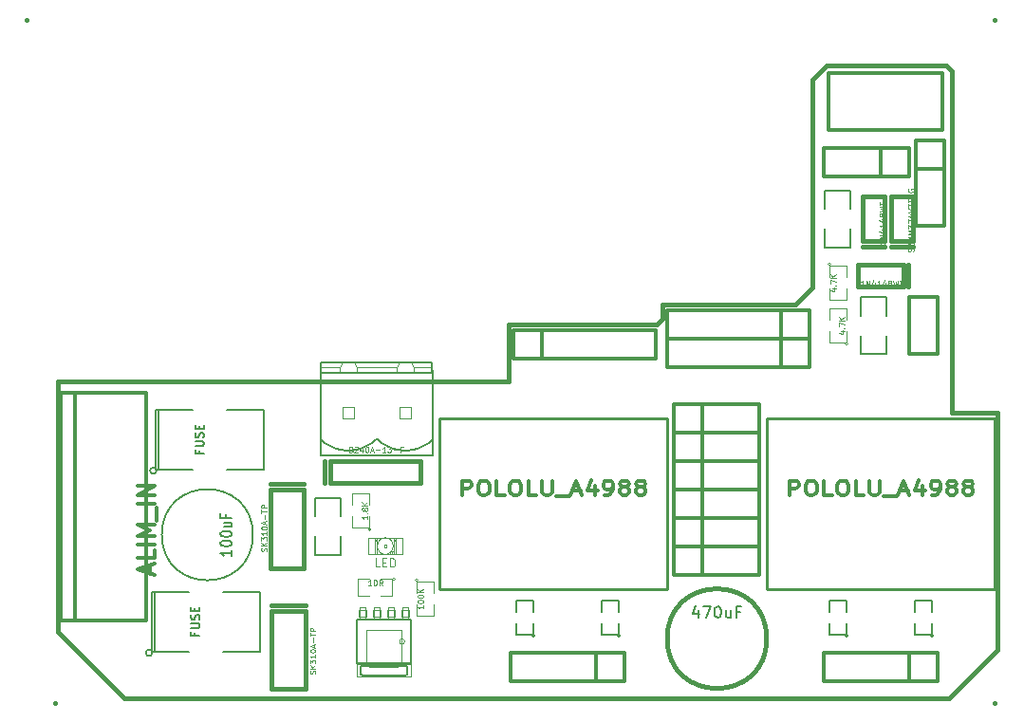
<source format=gto>
G04 (created by PCBNEW (2013-07-07 BZR 4022)-stable) date 05/04/2014 11:45:38*
%MOIN*%
G04 Gerber Fmt 3.4, Leading zero omitted, Abs format*
%FSLAX34Y34*%
G01*
G70*
G90*
G04 APERTURE LIST*
%ADD10C,0.00590551*%
%ADD11C,0.015*%
%ADD12C,0.005*%
%ADD13C,0.0026*%
%ADD14C,0.004*%
%ADD15C,0.012*%
%ADD16C,0.01*%
%ADD17C,0.008*%
%ADD18C,0.0039*%
%ADD19C,0.002*%
%ADD20C,0.0035*%
%ADD21C,0.0075*%
%ADD22C,0.0043*%
%ADD23C,0.00492126*%
G04 APERTURE END LIST*
G54D10*
G54D11*
X41000Y-56000D02*
G75*
G03X41000Y-56000I0J0D01*
G74*
G01*
X40999Y-56000D02*
X41000Y-56000D01*
X41000Y-55999D02*
X41000Y-56000D01*
X74000Y-56000D02*
G75*
G03X74000Y-56000I0J0D01*
G74*
G01*
X73999Y-56000D02*
X74000Y-56000D01*
X74000Y-55999D02*
X74000Y-56000D01*
X74000Y-32000D02*
G75*
G03X74000Y-32000I0J0D01*
G74*
G01*
X73999Y-32000D02*
X74000Y-32000D01*
X74000Y-31999D02*
X74000Y-32000D01*
X40000Y-32000D02*
G75*
G03X40000Y-32000I0J0D01*
G74*
G01*
X39999Y-32000D02*
X40000Y-32000D01*
X40000Y-31999D02*
X40000Y-32000D01*
X72500Y-33800D02*
X72300Y-33600D01*
X72500Y-34000D02*
X72500Y-33800D01*
X72500Y-45800D02*
X72500Y-34000D01*
X74100Y-45800D02*
X72500Y-45800D01*
X74100Y-54100D02*
X74100Y-45800D01*
X41100Y-44750D02*
X41100Y-44700D01*
X41100Y-53500D02*
X41100Y-44750D01*
X43450Y-55850D02*
X41100Y-53500D01*
X72400Y-55850D02*
X43450Y-55850D01*
X74100Y-54150D02*
X72400Y-55850D01*
X68100Y-33600D02*
X72300Y-33600D01*
X67600Y-34100D02*
X68100Y-33600D01*
X67600Y-41400D02*
X67600Y-34100D01*
X67000Y-42000D02*
X67600Y-41400D01*
X62350Y-42000D02*
X67000Y-42000D01*
X62350Y-42500D02*
X62350Y-42000D01*
X62150Y-42700D02*
X62350Y-42500D01*
X56950Y-42700D02*
X62150Y-42700D01*
X56950Y-44700D02*
X56950Y-42700D01*
X41100Y-44700D02*
X56950Y-44700D01*
G54D12*
X57850Y-53650D02*
G75*
G03X57850Y-53650I-50J0D01*
G74*
G01*
X57800Y-53200D02*
X57800Y-53600D01*
X57800Y-53600D02*
X57200Y-53600D01*
X57200Y-53600D02*
X57200Y-53200D01*
X57200Y-52800D02*
X57200Y-52400D01*
X57200Y-52400D02*
X57800Y-52400D01*
X57800Y-52400D02*
X57800Y-52800D01*
X60850Y-53650D02*
G75*
G03X60850Y-53650I-50J0D01*
G74*
G01*
X60800Y-53200D02*
X60800Y-53600D01*
X60800Y-53600D02*
X60200Y-53600D01*
X60200Y-53600D02*
X60200Y-53200D01*
X60200Y-52800D02*
X60200Y-52400D01*
X60200Y-52400D02*
X60800Y-52400D01*
X60800Y-52400D02*
X60800Y-52800D01*
X68850Y-53650D02*
G75*
G03X68850Y-53650I-50J0D01*
G74*
G01*
X68800Y-53200D02*
X68800Y-53600D01*
X68800Y-53600D02*
X68200Y-53600D01*
X68200Y-53600D02*
X68200Y-53200D01*
X68200Y-52800D02*
X68200Y-52400D01*
X68200Y-52400D02*
X68800Y-52400D01*
X68800Y-52400D02*
X68800Y-52800D01*
X71850Y-53650D02*
G75*
G03X71850Y-53650I-50J0D01*
G74*
G01*
X71800Y-53200D02*
X71800Y-53600D01*
X71800Y-53600D02*
X71200Y-53600D01*
X71200Y-53600D02*
X71200Y-53200D01*
X71200Y-52800D02*
X71200Y-52400D01*
X71200Y-52400D02*
X71800Y-52400D01*
X71800Y-52400D02*
X71800Y-52800D01*
G54D13*
X52561Y-50539D02*
X52639Y-50539D01*
X52639Y-50539D02*
X52639Y-50461D01*
X52561Y-50461D02*
X52639Y-50461D01*
X52561Y-50539D02*
X52561Y-50461D01*
X52777Y-50775D02*
X52914Y-50775D01*
X52914Y-50775D02*
X52914Y-50677D01*
X52777Y-50677D02*
X52914Y-50677D01*
X52777Y-50775D02*
X52777Y-50677D01*
X52914Y-50775D02*
X52954Y-50775D01*
X52954Y-50775D02*
X52954Y-50304D01*
X52914Y-50304D02*
X52954Y-50304D01*
X52914Y-50775D02*
X52914Y-50304D01*
X52914Y-50284D02*
X52954Y-50284D01*
X52954Y-50284D02*
X52954Y-50225D01*
X52914Y-50225D02*
X52954Y-50225D01*
X52914Y-50284D02*
X52914Y-50225D01*
X52246Y-50775D02*
X52286Y-50775D01*
X52286Y-50775D02*
X52286Y-50304D01*
X52246Y-50304D02*
X52286Y-50304D01*
X52246Y-50775D02*
X52246Y-50304D01*
X52246Y-50284D02*
X52286Y-50284D01*
X52286Y-50284D02*
X52286Y-50225D01*
X52246Y-50225D02*
X52286Y-50225D01*
X52246Y-50284D02*
X52246Y-50225D01*
X52777Y-50775D02*
X52836Y-50775D01*
X52836Y-50775D02*
X52836Y-50677D01*
X52777Y-50677D02*
X52836Y-50677D01*
X52777Y-50775D02*
X52777Y-50677D01*
G54D14*
X53210Y-50795D02*
X51990Y-50795D01*
X51990Y-50795D02*
X51990Y-50205D01*
X51990Y-50205D02*
X53210Y-50205D01*
X53210Y-50205D02*
X53210Y-50795D01*
X52384Y-50696D02*
G75*
G03X52816Y-50695I215J196D01*
G74*
G01*
X52384Y-50303D02*
G75*
G03X52383Y-50695I215J-196D01*
G74*
G01*
X52815Y-50303D02*
G75*
G03X52383Y-50304I-215J-196D01*
G74*
G01*
X52815Y-50696D02*
G75*
G03X52816Y-50304I-215J196D01*
G74*
G01*
G54D15*
X44200Y-45100D02*
X41200Y-45100D01*
X41200Y-53100D02*
X44200Y-53100D01*
X41700Y-53100D02*
X41700Y-45100D01*
X44200Y-45100D02*
X44200Y-53100D01*
X41200Y-45100D02*
X41200Y-53100D01*
X71250Y-36250D02*
X72250Y-36250D01*
X72250Y-36250D02*
X72250Y-39250D01*
X72250Y-39250D02*
X71250Y-39250D01*
X71250Y-39250D02*
X71250Y-36250D01*
X72250Y-37250D02*
X71250Y-37250D01*
X62750Y-51500D02*
X62750Y-50500D01*
X62750Y-50500D02*
X65750Y-50500D01*
X65750Y-50500D02*
X65750Y-51500D01*
X65750Y-51500D02*
X62750Y-51500D01*
X63750Y-50500D02*
X63750Y-51500D01*
X62750Y-50500D02*
X62750Y-49500D01*
X62750Y-49500D02*
X65750Y-49500D01*
X65750Y-49500D02*
X65750Y-50500D01*
X65750Y-50500D02*
X62750Y-50500D01*
X63750Y-49500D02*
X63750Y-50500D01*
X62750Y-49500D02*
X62750Y-48500D01*
X62750Y-48500D02*
X65750Y-48500D01*
X65750Y-48500D02*
X65750Y-49500D01*
X65750Y-49500D02*
X62750Y-49500D01*
X63750Y-48500D02*
X63750Y-49500D01*
X62750Y-46500D02*
X62750Y-45500D01*
X62750Y-45500D02*
X65750Y-45500D01*
X65750Y-45500D02*
X65750Y-46500D01*
X65750Y-46500D02*
X62750Y-46500D01*
X63750Y-45500D02*
X63750Y-46500D01*
X62750Y-47500D02*
X62750Y-46500D01*
X62750Y-46500D02*
X65750Y-46500D01*
X65750Y-46500D02*
X65750Y-47500D01*
X65750Y-47500D02*
X62750Y-47500D01*
X63750Y-46500D02*
X63750Y-47500D01*
X62750Y-48500D02*
X62750Y-47500D01*
X62750Y-47500D02*
X65750Y-47500D01*
X65750Y-47500D02*
X65750Y-48500D01*
X65750Y-48500D02*
X62750Y-48500D01*
X63750Y-47500D02*
X63750Y-48500D01*
X71000Y-36500D02*
X71000Y-37500D01*
X71000Y-37500D02*
X68000Y-37500D01*
X68000Y-37500D02*
X68000Y-36500D01*
X68000Y-36500D02*
X71000Y-36500D01*
X70000Y-37500D02*
X70000Y-36500D01*
G54D12*
X44411Y-54250D02*
G75*
G03X44411Y-54250I-111J0D01*
G74*
G01*
X44500Y-52100D02*
X44500Y-54200D01*
X44400Y-52100D02*
X44400Y-54200D01*
X45700Y-54200D02*
X44400Y-54200D01*
X45700Y-52100D02*
X44400Y-52100D01*
X46900Y-52100D02*
X48200Y-52100D01*
X48200Y-52100D02*
X48200Y-54200D01*
X48200Y-54200D02*
X46900Y-54200D01*
X44561Y-47850D02*
G75*
G03X44561Y-47850I-111J0D01*
G74*
G01*
X44650Y-45700D02*
X44650Y-47800D01*
X44550Y-45700D02*
X44550Y-47800D01*
X45850Y-47800D02*
X44550Y-47800D01*
X45850Y-45700D02*
X44550Y-45700D01*
X47050Y-45700D02*
X48350Y-45700D01*
X48350Y-45700D02*
X48350Y-47800D01*
X48350Y-47800D02*
X47050Y-47800D01*
G54D15*
X67500Y-42200D02*
X67500Y-43200D01*
X67500Y-43200D02*
X62500Y-43200D01*
X62500Y-43200D02*
X62500Y-42200D01*
X62500Y-42200D02*
X67500Y-42200D01*
X66500Y-42200D02*
X66500Y-43200D01*
X67500Y-43200D02*
X67500Y-44200D01*
X67500Y-44200D02*
X62500Y-44200D01*
X62500Y-44200D02*
X62500Y-43200D01*
X62500Y-43200D02*
X67500Y-43200D01*
X66500Y-43200D02*
X66500Y-44200D01*
X61000Y-55250D02*
X61000Y-55250D01*
X61000Y-54250D02*
X61000Y-55250D01*
X61000Y-55250D02*
X61000Y-55250D01*
X61000Y-55250D02*
X57000Y-55250D01*
X57000Y-55250D02*
X57000Y-54250D01*
X57000Y-54250D02*
X61000Y-54250D01*
X60000Y-54250D02*
X60000Y-55250D01*
X72000Y-55250D02*
X72000Y-55250D01*
X72000Y-54250D02*
X72000Y-55250D01*
X72000Y-55250D02*
X72000Y-55250D01*
X72000Y-55250D02*
X68000Y-55250D01*
X68000Y-55250D02*
X68000Y-54250D01*
X68000Y-54250D02*
X72000Y-54250D01*
X71000Y-54250D02*
X71000Y-55250D01*
X68160Y-33890D02*
X72160Y-33890D01*
X72160Y-33890D02*
X72160Y-35890D01*
X72160Y-35890D02*
X68160Y-35890D01*
X68160Y-35890D02*
X68160Y-33890D01*
G54D16*
X54500Y-46000D02*
X62500Y-46000D01*
X62500Y-46000D02*
X62500Y-52000D01*
X62500Y-52000D02*
X54500Y-52000D01*
X54500Y-52000D02*
X54500Y-46000D01*
X66000Y-46000D02*
X74000Y-46000D01*
X74000Y-46000D02*
X74000Y-52000D01*
X74000Y-52000D02*
X66000Y-52000D01*
X66000Y-52000D02*
X66000Y-46000D01*
G54D15*
X72000Y-43750D02*
X71000Y-43750D01*
X71000Y-43750D02*
X71000Y-41750D01*
X71000Y-41750D02*
X72000Y-41750D01*
X72000Y-41750D02*
X72000Y-43750D01*
G54D13*
X53398Y-52630D02*
X53201Y-52630D01*
X53201Y-52630D02*
X53201Y-53043D01*
X53398Y-53043D02*
X53201Y-53043D01*
X53398Y-52630D02*
X53398Y-53043D01*
X53418Y-52748D02*
X53181Y-52748D01*
X53181Y-52748D02*
X53181Y-52994D01*
X53418Y-52994D02*
X53181Y-52994D01*
X53418Y-52748D02*
X53418Y-52994D01*
X52898Y-52630D02*
X52701Y-52630D01*
X52701Y-52630D02*
X52701Y-53043D01*
X52898Y-53043D02*
X52701Y-53043D01*
X52898Y-52630D02*
X52898Y-53043D01*
X52918Y-52748D02*
X52681Y-52748D01*
X52681Y-52748D02*
X52681Y-52994D01*
X52918Y-52994D02*
X52681Y-52994D01*
X52918Y-52748D02*
X52918Y-52994D01*
X52399Y-52630D02*
X52202Y-52630D01*
X52202Y-52630D02*
X52202Y-53043D01*
X52399Y-53043D02*
X52202Y-53043D01*
X52399Y-52630D02*
X52399Y-53043D01*
X52419Y-52748D02*
X52182Y-52748D01*
X52182Y-52748D02*
X52182Y-52994D01*
X52419Y-52994D02*
X52182Y-52994D01*
X52419Y-52748D02*
X52419Y-52994D01*
X51899Y-52630D02*
X51702Y-52630D01*
X51702Y-52630D02*
X51702Y-53043D01*
X51899Y-53043D02*
X51702Y-53043D01*
X51899Y-52630D02*
X51899Y-53043D01*
X51919Y-52748D02*
X51682Y-52748D01*
X51682Y-52748D02*
X51682Y-52994D01*
X51919Y-52994D02*
X51682Y-52994D01*
X51919Y-52748D02*
X51919Y-52994D01*
X53494Y-54657D02*
X51596Y-54657D01*
X51596Y-54657D02*
X51596Y-55070D01*
X53494Y-55070D02*
X51596Y-55070D01*
X53494Y-54657D02*
X53494Y-55070D01*
X53170Y-53447D02*
X51930Y-53447D01*
X51930Y-53447D02*
X51930Y-54666D01*
X53170Y-54666D02*
X51930Y-54666D01*
X53170Y-53447D02*
X53170Y-54666D01*
G54D17*
X53494Y-54617D02*
X51606Y-54617D01*
X51606Y-54617D02*
X51606Y-53083D01*
X51606Y-53083D02*
X53494Y-53083D01*
X53494Y-53083D02*
X53494Y-54617D01*
X53494Y-53083D02*
X53494Y-53368D01*
X51606Y-53368D02*
X51606Y-53083D01*
X53376Y-54696D02*
X53376Y-54952D01*
X53376Y-54952D02*
X53374Y-54972D01*
X53374Y-54972D02*
X53366Y-54991D01*
X53366Y-54991D02*
X53353Y-55008D01*
X53353Y-55008D02*
X53337Y-55020D01*
X53337Y-55020D02*
X53318Y-55028D01*
X53318Y-55028D02*
X53298Y-55031D01*
X53298Y-55031D02*
X51802Y-55031D01*
X51802Y-55031D02*
X51782Y-55028D01*
X51782Y-55028D02*
X51763Y-55020D01*
X51763Y-55020D02*
X51747Y-55008D01*
X51747Y-55008D02*
X51734Y-54991D01*
X51734Y-54991D02*
X51726Y-54972D01*
X51726Y-54972D02*
X51724Y-54952D01*
X51724Y-54952D02*
X51724Y-54696D01*
X51724Y-54696D02*
X52078Y-54696D01*
X52078Y-54696D02*
X52078Y-54755D01*
X52078Y-54755D02*
X53022Y-54755D01*
X53022Y-54755D02*
X53022Y-54696D01*
X53022Y-54696D02*
X53376Y-54696D01*
G54D14*
X53278Y-53850D02*
G75*
G03X53278Y-53850I-89J0D01*
G74*
G01*
G54D12*
X68050Y-40000D02*
X68950Y-40000D01*
X68950Y-40000D02*
X68950Y-39350D01*
X68050Y-38650D02*
X68050Y-38000D01*
X68050Y-38000D02*
X68950Y-38000D01*
X68950Y-38000D02*
X68950Y-38650D01*
X68050Y-39350D02*
X68050Y-40000D01*
X51050Y-48800D02*
X50150Y-48800D01*
X50150Y-48800D02*
X50150Y-49450D01*
X51050Y-50150D02*
X51050Y-50800D01*
X51050Y-50800D02*
X50150Y-50800D01*
X50150Y-50800D02*
X50150Y-50150D01*
X51050Y-49450D02*
X51050Y-48800D01*
G54D18*
X52950Y-51650D02*
G75*
G03X52950Y-51650I-50J0D01*
G74*
G01*
X52450Y-51650D02*
X52850Y-51650D01*
X52850Y-51650D02*
X52850Y-52250D01*
X52850Y-52250D02*
X52450Y-52250D01*
X52050Y-52250D02*
X51650Y-52250D01*
X51650Y-52250D02*
X51650Y-51650D01*
X51650Y-51650D02*
X52050Y-51650D01*
X53750Y-51700D02*
G75*
G03X53750Y-51700I-50J0D01*
G74*
G01*
X53700Y-52150D02*
X53700Y-51750D01*
X53700Y-51750D02*
X54300Y-51750D01*
X54300Y-51750D02*
X54300Y-52150D01*
X54300Y-52550D02*
X54300Y-52950D01*
X54300Y-52950D02*
X53700Y-52950D01*
X53700Y-52950D02*
X53700Y-52550D01*
X68250Y-40600D02*
G75*
G03X68250Y-40600I-50J0D01*
G74*
G01*
X68200Y-41050D02*
X68200Y-40650D01*
X68200Y-40650D02*
X68800Y-40650D01*
X68800Y-40650D02*
X68800Y-41050D01*
X68800Y-41450D02*
X68800Y-41850D01*
X68800Y-41850D02*
X68200Y-41850D01*
X68200Y-41850D02*
X68200Y-41450D01*
X52100Y-49900D02*
G75*
G03X52100Y-49900I-50J0D01*
G74*
G01*
X52050Y-49450D02*
X52050Y-49850D01*
X52050Y-49850D02*
X51450Y-49850D01*
X51450Y-49850D02*
X51450Y-49450D01*
X51450Y-49050D02*
X51450Y-48650D01*
X51450Y-48650D02*
X52050Y-48650D01*
X52050Y-48650D02*
X52050Y-49050D01*
X68850Y-43400D02*
G75*
G03X68850Y-43400I-50J0D01*
G74*
G01*
X68800Y-42950D02*
X68800Y-43350D01*
X68800Y-43350D02*
X68200Y-43350D01*
X68200Y-43350D02*
X68200Y-42950D01*
X68200Y-42550D02*
X68200Y-42150D01*
X68200Y-42150D02*
X68800Y-42150D01*
X68800Y-42150D02*
X68800Y-42550D01*
G54D17*
X47950Y-50100D02*
G75*
G03X47950Y-50100I-1600J0D01*
G74*
G01*
G54D11*
X66000Y-53750D02*
G75*
G03X66000Y-53750I-1750J0D01*
G74*
G01*
X71143Y-39984D02*
X70356Y-39984D01*
X70356Y-38212D02*
X70356Y-39787D01*
X70356Y-39787D02*
X71143Y-39787D01*
X71143Y-39787D02*
X71143Y-38212D01*
X71143Y-38212D02*
X70356Y-38212D01*
G54D12*
X70200Y-41750D02*
X69300Y-41750D01*
X69300Y-41750D02*
X69300Y-42400D01*
X70200Y-43100D02*
X70200Y-43750D01*
X70200Y-43750D02*
X69300Y-43750D01*
X69300Y-43750D02*
X69300Y-43100D01*
X70200Y-42400D02*
X70200Y-41750D01*
G54D11*
X49740Y-48325D02*
X48559Y-48325D01*
X49740Y-51277D02*
X48559Y-51277D01*
X48559Y-51277D02*
X48559Y-48522D01*
X48559Y-48522D02*
X49740Y-48522D01*
X49740Y-48522D02*
X49740Y-51277D01*
X49790Y-52575D02*
X48609Y-52575D01*
X49790Y-55527D02*
X48609Y-55527D01*
X48609Y-55527D02*
X48609Y-52772D01*
X48609Y-52772D02*
X49790Y-52772D01*
X49790Y-52772D02*
X49790Y-55527D01*
X50478Y-48293D02*
X50478Y-47506D01*
X53824Y-48293D02*
X53824Y-47506D01*
X53824Y-47506D02*
X50675Y-47506D01*
X50675Y-47506D02*
X50675Y-48293D01*
X50675Y-48293D02*
X53824Y-48293D01*
X70984Y-41393D02*
X70984Y-40606D01*
X69212Y-41393D02*
X69212Y-40606D01*
X69212Y-40606D02*
X70787Y-40606D01*
X70787Y-40606D02*
X70787Y-41393D01*
X70787Y-41393D02*
X69212Y-41393D01*
X69356Y-39984D02*
X70143Y-39984D01*
X69356Y-38212D02*
X70143Y-38212D01*
X70143Y-38212D02*
X70143Y-39787D01*
X70143Y-39787D02*
X69356Y-39787D01*
X69356Y-39787D02*
X69356Y-38212D01*
G54D13*
X51500Y-45600D02*
X51100Y-45600D01*
X51100Y-45600D02*
X51100Y-46000D01*
X51500Y-46000D02*
X51100Y-46000D01*
X51500Y-45600D02*
X51500Y-46000D01*
X53500Y-45600D02*
X53100Y-45600D01*
X53100Y-45600D02*
X53100Y-46000D01*
X53500Y-46000D02*
X53100Y-46000D01*
X53500Y-45600D02*
X53500Y-46000D01*
G54D12*
X50330Y-47300D02*
X50330Y-46730D01*
X54270Y-47300D02*
X54270Y-46730D01*
X54270Y-47300D02*
X50330Y-47300D01*
X50330Y-44300D02*
X50350Y-44400D01*
X50330Y-46730D02*
X50480Y-46870D01*
X50330Y-46730D02*
X50330Y-44300D01*
X50480Y-46870D02*
X50680Y-46990D01*
X50680Y-46990D02*
X50871Y-47070D01*
X50871Y-47070D02*
X51040Y-47120D01*
X51040Y-47120D02*
X51220Y-47150D01*
X51220Y-47150D02*
X51290Y-47150D01*
X52330Y-46730D02*
X52480Y-46870D01*
X52480Y-46870D02*
X52680Y-46990D01*
X52680Y-46990D02*
X52870Y-47070D01*
X52870Y-47070D02*
X53040Y-47120D01*
X53040Y-47120D02*
X53220Y-47150D01*
X53220Y-47150D02*
X53290Y-47150D01*
X54270Y-46730D02*
X54120Y-46870D01*
X54270Y-46730D02*
X54270Y-44300D01*
X54120Y-46870D02*
X53920Y-46990D01*
X53920Y-46990D02*
X53729Y-47070D01*
X53729Y-47070D02*
X53560Y-47120D01*
X53560Y-47120D02*
X53380Y-47150D01*
X53380Y-47150D02*
X53310Y-47150D01*
X52270Y-46730D02*
X52120Y-46870D01*
X52120Y-46870D02*
X51920Y-46990D01*
X51920Y-46990D02*
X51730Y-47070D01*
X51730Y-47070D02*
X51560Y-47120D01*
X51560Y-47120D02*
X51380Y-47150D01*
X51380Y-47150D02*
X51310Y-47150D01*
X52330Y-46730D02*
X52270Y-46730D01*
X50350Y-44400D02*
X50350Y-44200D01*
X54250Y-44050D02*
X54250Y-44200D01*
X50350Y-44400D02*
X51000Y-44400D01*
X54250Y-44400D02*
X54270Y-44300D01*
G54D19*
X51000Y-44400D02*
X51000Y-44200D01*
G54D12*
X51000Y-44400D02*
X51600Y-44400D01*
G54D19*
X51600Y-44400D02*
X51600Y-44200D01*
G54D12*
X51600Y-44400D02*
X53000Y-44400D01*
G54D19*
X53000Y-44400D02*
X53000Y-44200D01*
G54D12*
X53000Y-44400D02*
X53600Y-44400D01*
G54D19*
X53600Y-44400D02*
X53600Y-44200D01*
G54D12*
X53600Y-44400D02*
X54250Y-44400D01*
X54250Y-44050D02*
X53500Y-44050D01*
G54D19*
X54250Y-44200D02*
X53600Y-44200D01*
G54D12*
X54250Y-44200D02*
X54250Y-44400D01*
G54D19*
X53600Y-44200D02*
X53500Y-44050D01*
G54D12*
X53500Y-44050D02*
X53100Y-44050D01*
G54D19*
X53000Y-44200D02*
X51600Y-44200D01*
X53000Y-44200D02*
X53100Y-44050D01*
G54D12*
X53100Y-44050D02*
X51500Y-44050D01*
G54D19*
X51600Y-44200D02*
X51500Y-44050D01*
G54D12*
X51500Y-44050D02*
X51100Y-44050D01*
G54D19*
X51000Y-44200D02*
X50350Y-44200D01*
X51000Y-44200D02*
X51100Y-44050D01*
G54D12*
X51100Y-44050D02*
X50350Y-44050D01*
X50350Y-44200D02*
X50350Y-44050D01*
G54D15*
X57100Y-43900D02*
X57100Y-42900D01*
X57100Y-42900D02*
X62100Y-42900D01*
X62100Y-42900D02*
X62100Y-43900D01*
X62100Y-43900D02*
X57100Y-43900D01*
X58100Y-43900D02*
X58100Y-42900D01*
G54D20*
X52407Y-51221D02*
X52264Y-51221D01*
X52264Y-50921D01*
X52507Y-51064D02*
X52607Y-51064D01*
X52650Y-51221D02*
X52507Y-51221D01*
X52507Y-50921D01*
X52650Y-50921D01*
X52778Y-51221D02*
X52778Y-50921D01*
X52850Y-50921D01*
X52892Y-50935D01*
X52921Y-50964D01*
X52935Y-50992D01*
X52950Y-51050D01*
X52950Y-51092D01*
X52935Y-51150D01*
X52921Y-51178D01*
X52892Y-51207D01*
X52850Y-51221D01*
X52778Y-51221D01*
G54D15*
X44346Y-51467D02*
X44346Y-51181D01*
X44517Y-51524D02*
X43917Y-51324D01*
X44517Y-51124D01*
X44517Y-50638D02*
X44517Y-50924D01*
X43917Y-50924D01*
X44517Y-50438D02*
X43917Y-50438D01*
X44517Y-50152D02*
X43917Y-50152D01*
X44346Y-49952D01*
X43917Y-49752D01*
X44517Y-49752D01*
X44575Y-49610D02*
X44575Y-49152D01*
X44517Y-49010D02*
X43917Y-49010D01*
X44517Y-48724D02*
X43917Y-48724D01*
X44517Y-48381D01*
X43917Y-48381D01*
G54D21*
X45914Y-53542D02*
X45914Y-53642D01*
X46071Y-53642D02*
X45771Y-53642D01*
X45771Y-53500D01*
X45771Y-53385D02*
X46014Y-53385D01*
X46042Y-53371D01*
X46057Y-53357D01*
X46071Y-53328D01*
X46071Y-53271D01*
X46057Y-53242D01*
X46042Y-53228D01*
X46014Y-53214D01*
X45771Y-53214D01*
X46057Y-53085D02*
X46071Y-53042D01*
X46071Y-52971D01*
X46057Y-52942D01*
X46042Y-52928D01*
X46014Y-52914D01*
X45985Y-52914D01*
X45957Y-52928D01*
X45942Y-52942D01*
X45928Y-52971D01*
X45914Y-53028D01*
X45900Y-53057D01*
X45885Y-53071D01*
X45857Y-53085D01*
X45828Y-53085D01*
X45800Y-53071D01*
X45785Y-53057D01*
X45771Y-53028D01*
X45771Y-52957D01*
X45785Y-52914D01*
X45914Y-52785D02*
X45914Y-52685D01*
X46071Y-52642D02*
X46071Y-52785D01*
X45771Y-52785D01*
X45771Y-52642D01*
X46064Y-47142D02*
X46064Y-47242D01*
X46221Y-47242D02*
X45921Y-47242D01*
X45921Y-47100D01*
X45921Y-46985D02*
X46164Y-46985D01*
X46192Y-46971D01*
X46207Y-46957D01*
X46221Y-46928D01*
X46221Y-46871D01*
X46207Y-46842D01*
X46192Y-46828D01*
X46164Y-46814D01*
X45921Y-46814D01*
X46207Y-46685D02*
X46221Y-46642D01*
X46221Y-46571D01*
X46207Y-46542D01*
X46192Y-46528D01*
X46164Y-46514D01*
X46135Y-46514D01*
X46107Y-46528D01*
X46092Y-46542D01*
X46078Y-46571D01*
X46064Y-46628D01*
X46050Y-46657D01*
X46035Y-46671D01*
X46007Y-46685D01*
X45978Y-46685D01*
X45950Y-46671D01*
X45935Y-46657D01*
X45921Y-46628D01*
X45921Y-46557D01*
X45935Y-46514D01*
X46064Y-46385D02*
X46064Y-46285D01*
X46221Y-46242D02*
X46221Y-46385D01*
X45921Y-46385D01*
X45921Y-46242D01*
G54D15*
X55285Y-48702D02*
X55285Y-48202D01*
X55514Y-48202D01*
X55571Y-48226D01*
X55600Y-48250D01*
X55628Y-48297D01*
X55628Y-48369D01*
X55600Y-48416D01*
X55571Y-48440D01*
X55514Y-48464D01*
X55285Y-48464D01*
X56000Y-48202D02*
X56114Y-48202D01*
X56171Y-48226D01*
X56228Y-48273D01*
X56257Y-48369D01*
X56257Y-48535D01*
X56228Y-48630D01*
X56171Y-48678D01*
X56114Y-48702D01*
X56000Y-48702D01*
X55942Y-48678D01*
X55885Y-48630D01*
X55857Y-48535D01*
X55857Y-48369D01*
X55885Y-48273D01*
X55942Y-48226D01*
X56000Y-48202D01*
X56799Y-48702D02*
X56514Y-48702D01*
X56514Y-48202D01*
X57114Y-48202D02*
X57228Y-48202D01*
X57285Y-48226D01*
X57342Y-48273D01*
X57371Y-48369D01*
X57371Y-48535D01*
X57342Y-48630D01*
X57285Y-48678D01*
X57228Y-48702D01*
X57114Y-48702D01*
X57057Y-48678D01*
X56999Y-48630D01*
X56971Y-48535D01*
X56971Y-48369D01*
X56999Y-48273D01*
X57057Y-48226D01*
X57114Y-48202D01*
X57914Y-48702D02*
X57628Y-48702D01*
X57628Y-48202D01*
X58114Y-48202D02*
X58114Y-48607D01*
X58142Y-48654D01*
X58171Y-48678D01*
X58228Y-48702D01*
X58342Y-48702D01*
X58399Y-48678D01*
X58428Y-48654D01*
X58457Y-48607D01*
X58457Y-48202D01*
X58599Y-48750D02*
X59057Y-48750D01*
X59171Y-48559D02*
X59457Y-48559D01*
X59114Y-48702D02*
X59314Y-48202D01*
X59514Y-48702D01*
X59971Y-48369D02*
X59971Y-48702D01*
X59828Y-48178D02*
X59685Y-48535D01*
X60057Y-48535D01*
X60314Y-48702D02*
X60428Y-48702D01*
X60485Y-48678D01*
X60514Y-48654D01*
X60571Y-48583D01*
X60599Y-48488D01*
X60599Y-48297D01*
X60571Y-48250D01*
X60542Y-48226D01*
X60485Y-48202D01*
X60371Y-48202D01*
X60314Y-48226D01*
X60285Y-48250D01*
X60257Y-48297D01*
X60257Y-48416D01*
X60285Y-48464D01*
X60314Y-48488D01*
X60371Y-48511D01*
X60485Y-48511D01*
X60542Y-48488D01*
X60571Y-48464D01*
X60599Y-48416D01*
X60942Y-48416D02*
X60885Y-48392D01*
X60857Y-48369D01*
X60828Y-48321D01*
X60828Y-48297D01*
X60857Y-48250D01*
X60885Y-48226D01*
X60942Y-48202D01*
X61057Y-48202D01*
X61114Y-48226D01*
X61142Y-48250D01*
X61171Y-48297D01*
X61171Y-48321D01*
X61142Y-48369D01*
X61114Y-48392D01*
X61057Y-48416D01*
X60942Y-48416D01*
X60885Y-48440D01*
X60857Y-48464D01*
X60828Y-48511D01*
X60828Y-48607D01*
X60857Y-48654D01*
X60885Y-48678D01*
X60942Y-48702D01*
X61057Y-48702D01*
X61114Y-48678D01*
X61142Y-48654D01*
X61171Y-48607D01*
X61171Y-48511D01*
X61142Y-48464D01*
X61114Y-48440D01*
X61057Y-48416D01*
X61514Y-48416D02*
X61457Y-48392D01*
X61428Y-48369D01*
X61400Y-48321D01*
X61400Y-48297D01*
X61428Y-48250D01*
X61457Y-48226D01*
X61514Y-48202D01*
X61628Y-48202D01*
X61685Y-48226D01*
X61714Y-48250D01*
X61742Y-48297D01*
X61742Y-48321D01*
X61714Y-48369D01*
X61685Y-48392D01*
X61628Y-48416D01*
X61514Y-48416D01*
X61457Y-48440D01*
X61428Y-48464D01*
X61400Y-48511D01*
X61400Y-48607D01*
X61428Y-48654D01*
X61457Y-48678D01*
X61514Y-48702D01*
X61628Y-48702D01*
X61685Y-48678D01*
X61714Y-48654D01*
X61742Y-48607D01*
X61742Y-48511D01*
X61714Y-48464D01*
X61685Y-48440D01*
X61628Y-48416D01*
X66785Y-48702D02*
X66785Y-48202D01*
X67014Y-48202D01*
X67071Y-48226D01*
X67100Y-48250D01*
X67128Y-48297D01*
X67128Y-48369D01*
X67100Y-48416D01*
X67071Y-48440D01*
X67014Y-48464D01*
X66785Y-48464D01*
X67500Y-48202D02*
X67614Y-48202D01*
X67671Y-48226D01*
X67728Y-48273D01*
X67757Y-48369D01*
X67757Y-48535D01*
X67728Y-48630D01*
X67671Y-48678D01*
X67614Y-48702D01*
X67500Y-48702D01*
X67442Y-48678D01*
X67385Y-48630D01*
X67357Y-48535D01*
X67357Y-48369D01*
X67385Y-48273D01*
X67442Y-48226D01*
X67500Y-48202D01*
X68299Y-48702D02*
X68014Y-48702D01*
X68014Y-48202D01*
X68614Y-48202D02*
X68728Y-48202D01*
X68785Y-48226D01*
X68842Y-48273D01*
X68871Y-48369D01*
X68871Y-48535D01*
X68842Y-48630D01*
X68785Y-48678D01*
X68728Y-48702D01*
X68614Y-48702D01*
X68557Y-48678D01*
X68499Y-48630D01*
X68471Y-48535D01*
X68471Y-48369D01*
X68499Y-48273D01*
X68557Y-48226D01*
X68614Y-48202D01*
X69414Y-48702D02*
X69128Y-48702D01*
X69128Y-48202D01*
X69614Y-48202D02*
X69614Y-48607D01*
X69642Y-48654D01*
X69671Y-48678D01*
X69728Y-48702D01*
X69842Y-48702D01*
X69899Y-48678D01*
X69928Y-48654D01*
X69957Y-48607D01*
X69957Y-48202D01*
X70099Y-48750D02*
X70557Y-48750D01*
X70671Y-48559D02*
X70957Y-48559D01*
X70614Y-48702D02*
X70814Y-48202D01*
X71014Y-48702D01*
X71471Y-48369D02*
X71471Y-48702D01*
X71328Y-48178D02*
X71185Y-48535D01*
X71557Y-48535D01*
X71814Y-48702D02*
X71928Y-48702D01*
X71985Y-48678D01*
X72014Y-48654D01*
X72071Y-48583D01*
X72099Y-48488D01*
X72099Y-48297D01*
X72071Y-48250D01*
X72042Y-48226D01*
X71985Y-48202D01*
X71871Y-48202D01*
X71814Y-48226D01*
X71785Y-48250D01*
X71757Y-48297D01*
X71757Y-48416D01*
X71785Y-48464D01*
X71814Y-48488D01*
X71871Y-48511D01*
X71985Y-48511D01*
X72042Y-48488D01*
X72071Y-48464D01*
X72099Y-48416D01*
X72442Y-48416D02*
X72385Y-48392D01*
X72357Y-48369D01*
X72328Y-48321D01*
X72328Y-48297D01*
X72357Y-48250D01*
X72385Y-48226D01*
X72442Y-48202D01*
X72557Y-48202D01*
X72614Y-48226D01*
X72642Y-48250D01*
X72671Y-48297D01*
X72671Y-48321D01*
X72642Y-48369D01*
X72614Y-48392D01*
X72557Y-48416D01*
X72442Y-48416D01*
X72385Y-48440D01*
X72357Y-48464D01*
X72328Y-48511D01*
X72328Y-48607D01*
X72357Y-48654D01*
X72385Y-48678D01*
X72442Y-48702D01*
X72557Y-48702D01*
X72614Y-48678D01*
X72642Y-48654D01*
X72671Y-48607D01*
X72671Y-48511D01*
X72642Y-48464D01*
X72614Y-48440D01*
X72557Y-48416D01*
X73014Y-48416D02*
X72957Y-48392D01*
X72928Y-48369D01*
X72900Y-48321D01*
X72900Y-48297D01*
X72928Y-48250D01*
X72957Y-48226D01*
X73014Y-48202D01*
X73128Y-48202D01*
X73185Y-48226D01*
X73214Y-48250D01*
X73242Y-48297D01*
X73242Y-48321D01*
X73214Y-48369D01*
X73185Y-48392D01*
X73128Y-48416D01*
X73014Y-48416D01*
X72957Y-48440D01*
X72928Y-48464D01*
X72900Y-48511D01*
X72900Y-48607D01*
X72928Y-48654D01*
X72957Y-48678D01*
X73014Y-48702D01*
X73128Y-48702D01*
X73185Y-48678D01*
X73214Y-48654D01*
X73242Y-48607D01*
X73242Y-48511D01*
X73214Y-48464D01*
X73185Y-48440D01*
X73128Y-48416D01*
G54D22*
X52113Y-51879D02*
X52001Y-51879D01*
X52057Y-51879D02*
X52057Y-51682D01*
X52038Y-51710D01*
X52020Y-51729D01*
X52001Y-51739D01*
X52235Y-51682D02*
X52254Y-51682D01*
X52273Y-51692D01*
X52282Y-51701D01*
X52292Y-51720D01*
X52301Y-51757D01*
X52301Y-51804D01*
X52292Y-51842D01*
X52282Y-51860D01*
X52273Y-51870D01*
X52254Y-51879D01*
X52235Y-51879D01*
X52217Y-51870D01*
X52207Y-51860D01*
X52198Y-51842D01*
X52189Y-51804D01*
X52189Y-51757D01*
X52198Y-51720D01*
X52207Y-51701D01*
X52217Y-51692D01*
X52235Y-51682D01*
X52498Y-51879D02*
X52432Y-51785D01*
X52386Y-51879D02*
X52386Y-51682D01*
X52461Y-51682D01*
X52479Y-51692D01*
X52489Y-51701D01*
X52498Y-51720D01*
X52498Y-51748D01*
X52489Y-51767D01*
X52479Y-51776D01*
X52461Y-51785D01*
X52386Y-51785D01*
X53929Y-52579D02*
X53929Y-52692D01*
X53929Y-52636D02*
X53732Y-52636D01*
X53760Y-52654D01*
X53779Y-52673D01*
X53789Y-52692D01*
X53732Y-52457D02*
X53732Y-52439D01*
X53742Y-52420D01*
X53751Y-52410D01*
X53770Y-52401D01*
X53807Y-52392D01*
X53854Y-52392D01*
X53892Y-52401D01*
X53910Y-52410D01*
X53920Y-52420D01*
X53929Y-52439D01*
X53929Y-52457D01*
X53920Y-52476D01*
X53910Y-52486D01*
X53892Y-52495D01*
X53854Y-52504D01*
X53807Y-52504D01*
X53770Y-52495D01*
X53751Y-52486D01*
X53742Y-52476D01*
X53732Y-52457D01*
X53732Y-52270D02*
X53732Y-52251D01*
X53742Y-52232D01*
X53751Y-52223D01*
X53770Y-52213D01*
X53807Y-52204D01*
X53854Y-52204D01*
X53892Y-52213D01*
X53910Y-52223D01*
X53920Y-52232D01*
X53929Y-52251D01*
X53929Y-52270D01*
X53920Y-52289D01*
X53910Y-52298D01*
X53892Y-52307D01*
X53854Y-52317D01*
X53807Y-52317D01*
X53770Y-52307D01*
X53751Y-52298D01*
X53742Y-52289D01*
X53732Y-52270D01*
X53929Y-52120D02*
X53732Y-52120D01*
X53929Y-52007D02*
X53817Y-52092D01*
X53732Y-52007D02*
X53845Y-52120D01*
X68298Y-41451D02*
X68429Y-41451D01*
X68223Y-41498D02*
X68364Y-41545D01*
X68364Y-41423D01*
X68410Y-41348D02*
X68420Y-41339D01*
X68429Y-41348D01*
X68420Y-41357D01*
X68410Y-41348D01*
X68429Y-41348D01*
X68232Y-41273D02*
X68232Y-41142D01*
X68429Y-41226D01*
X68429Y-41067D02*
X68232Y-41067D01*
X68429Y-40954D02*
X68317Y-41038D01*
X68232Y-40954D02*
X68345Y-41067D01*
X51979Y-49432D02*
X51979Y-49545D01*
X51979Y-49489D02*
X51782Y-49489D01*
X51810Y-49507D01*
X51829Y-49526D01*
X51839Y-49545D01*
X51960Y-49348D02*
X51970Y-49339D01*
X51979Y-49348D01*
X51970Y-49357D01*
X51960Y-49348D01*
X51979Y-49348D01*
X51867Y-49226D02*
X51857Y-49245D01*
X51848Y-49254D01*
X51829Y-49264D01*
X51820Y-49264D01*
X51801Y-49254D01*
X51792Y-49245D01*
X51782Y-49226D01*
X51782Y-49189D01*
X51792Y-49170D01*
X51801Y-49160D01*
X51820Y-49151D01*
X51829Y-49151D01*
X51848Y-49160D01*
X51857Y-49170D01*
X51867Y-49189D01*
X51867Y-49226D01*
X51876Y-49245D01*
X51885Y-49254D01*
X51904Y-49264D01*
X51942Y-49264D01*
X51960Y-49254D01*
X51970Y-49245D01*
X51979Y-49226D01*
X51979Y-49189D01*
X51970Y-49170D01*
X51960Y-49160D01*
X51942Y-49151D01*
X51904Y-49151D01*
X51885Y-49160D01*
X51876Y-49170D01*
X51867Y-49189D01*
X51979Y-49067D02*
X51782Y-49067D01*
X51979Y-48954D02*
X51867Y-49038D01*
X51782Y-48954D02*
X51895Y-49067D01*
X68598Y-42951D02*
X68729Y-42951D01*
X68523Y-42998D02*
X68664Y-43045D01*
X68664Y-42923D01*
X68710Y-42848D02*
X68720Y-42839D01*
X68729Y-42848D01*
X68720Y-42857D01*
X68710Y-42848D01*
X68729Y-42848D01*
X68532Y-42773D02*
X68532Y-42642D01*
X68729Y-42726D01*
X68729Y-42567D02*
X68532Y-42567D01*
X68729Y-42454D02*
X68617Y-42538D01*
X68532Y-42454D02*
X68645Y-42567D01*
G54D17*
X47210Y-50641D02*
X47210Y-50841D01*
X47210Y-50741D02*
X46810Y-50741D01*
X46868Y-50775D01*
X46906Y-50808D01*
X46925Y-50841D01*
X46810Y-50425D02*
X46810Y-50391D01*
X46829Y-50358D01*
X46849Y-50341D01*
X46887Y-50325D01*
X46963Y-50308D01*
X47058Y-50308D01*
X47134Y-50325D01*
X47172Y-50341D01*
X47191Y-50358D01*
X47210Y-50391D01*
X47210Y-50425D01*
X47191Y-50458D01*
X47172Y-50475D01*
X47134Y-50491D01*
X47058Y-50508D01*
X46963Y-50508D01*
X46887Y-50491D01*
X46849Y-50475D01*
X46829Y-50458D01*
X46810Y-50425D01*
X46810Y-50091D02*
X46810Y-50058D01*
X46829Y-50025D01*
X46849Y-50008D01*
X46887Y-49991D01*
X46963Y-49975D01*
X47058Y-49975D01*
X47134Y-49991D01*
X47172Y-50008D01*
X47191Y-50025D01*
X47210Y-50058D01*
X47210Y-50091D01*
X47191Y-50125D01*
X47172Y-50141D01*
X47134Y-50158D01*
X47058Y-50175D01*
X46963Y-50175D01*
X46887Y-50158D01*
X46849Y-50141D01*
X46829Y-50125D01*
X46810Y-50091D01*
X46944Y-49674D02*
X47210Y-49674D01*
X46944Y-49824D02*
X47153Y-49824D01*
X47191Y-49808D01*
X47210Y-49774D01*
X47210Y-49724D01*
X47191Y-49691D01*
X47172Y-49674D01*
X47001Y-49391D02*
X47001Y-49508D01*
X47210Y-49508D02*
X46810Y-49508D01*
X46810Y-49341D01*
X63592Y-52745D02*
X63592Y-53011D01*
X63497Y-52592D02*
X63402Y-52878D01*
X63650Y-52878D01*
X63764Y-52611D02*
X64030Y-52611D01*
X63859Y-53011D01*
X64259Y-52611D02*
X64297Y-52611D01*
X64335Y-52630D01*
X64354Y-52650D01*
X64373Y-52688D01*
X64392Y-52764D01*
X64392Y-52859D01*
X64373Y-52935D01*
X64354Y-52973D01*
X64335Y-52992D01*
X64297Y-53011D01*
X64259Y-53011D01*
X64221Y-52992D01*
X64202Y-52973D01*
X64183Y-52935D01*
X64164Y-52859D01*
X64164Y-52764D01*
X64183Y-52688D01*
X64202Y-52650D01*
X64221Y-52630D01*
X64259Y-52611D01*
X64735Y-52745D02*
X64735Y-53011D01*
X64564Y-52745D02*
X64564Y-52954D01*
X64583Y-52992D01*
X64621Y-53011D01*
X64678Y-53011D01*
X64716Y-52992D01*
X64735Y-52973D01*
X65059Y-52802D02*
X64926Y-52802D01*
X64926Y-53011D02*
X64926Y-52611D01*
X65116Y-52611D01*
G54D23*
X71148Y-40152D02*
X71157Y-40124D01*
X71157Y-40077D01*
X71148Y-40058D01*
X71138Y-40049D01*
X71120Y-40039D01*
X71101Y-40039D01*
X71082Y-40049D01*
X71073Y-40058D01*
X71063Y-40077D01*
X71054Y-40114D01*
X71045Y-40133D01*
X71035Y-40143D01*
X71017Y-40152D01*
X70998Y-40152D01*
X70979Y-40143D01*
X70970Y-40133D01*
X70960Y-40114D01*
X70960Y-40068D01*
X70970Y-40039D01*
X70960Y-39974D02*
X70960Y-39843D01*
X71157Y-39974D01*
X71157Y-39843D01*
X71157Y-39768D02*
X70960Y-39768D01*
X71101Y-39702D01*
X70960Y-39636D01*
X71157Y-39636D01*
X71157Y-39543D02*
X70960Y-39543D01*
X71101Y-39477D01*
X70960Y-39411D01*
X71157Y-39411D01*
X70960Y-39336D02*
X70960Y-39215D01*
X71035Y-39280D01*
X71035Y-39252D01*
X71045Y-39233D01*
X71054Y-39224D01*
X71073Y-39215D01*
X71120Y-39215D01*
X71138Y-39224D01*
X71148Y-39233D01*
X71157Y-39252D01*
X71157Y-39308D01*
X71148Y-39327D01*
X71138Y-39336D01*
X70960Y-39149D02*
X70960Y-39018D01*
X71157Y-39149D01*
X71157Y-39018D01*
X71026Y-38858D02*
X71157Y-38858D01*
X70951Y-38905D02*
X71092Y-38952D01*
X71092Y-38830D01*
X70960Y-38783D02*
X71157Y-38718D01*
X70960Y-38652D01*
X70960Y-38605D02*
X70960Y-38474D01*
X71157Y-38605D01*
X71157Y-38474D01*
X70960Y-38427D02*
X70960Y-38315D01*
X71157Y-38371D02*
X70960Y-38371D01*
X71157Y-38146D02*
X71157Y-38258D01*
X71157Y-38202D02*
X70960Y-38202D01*
X70988Y-38221D01*
X71007Y-38240D01*
X71017Y-38258D01*
X70970Y-37958D02*
X70960Y-37977D01*
X70960Y-38005D01*
X70970Y-38033D01*
X70988Y-38052D01*
X71007Y-38062D01*
X71045Y-38071D01*
X71073Y-38071D01*
X71110Y-38062D01*
X71129Y-38052D01*
X71148Y-38033D01*
X71157Y-38005D01*
X71157Y-37987D01*
X71148Y-37958D01*
X71138Y-37949D01*
X71073Y-37949D01*
X71073Y-37987D01*
X48430Y-50675D02*
X48439Y-50647D01*
X48439Y-50600D01*
X48430Y-50581D01*
X48420Y-50572D01*
X48402Y-50563D01*
X48383Y-50563D01*
X48364Y-50572D01*
X48355Y-50581D01*
X48345Y-50600D01*
X48336Y-50638D01*
X48327Y-50656D01*
X48317Y-50666D01*
X48299Y-50675D01*
X48280Y-50675D01*
X48261Y-50666D01*
X48252Y-50656D01*
X48242Y-50638D01*
X48242Y-50591D01*
X48252Y-50563D01*
X48439Y-50478D02*
X48242Y-50478D01*
X48439Y-50366D02*
X48327Y-50450D01*
X48242Y-50366D02*
X48355Y-50478D01*
X48242Y-50300D02*
X48242Y-50178D01*
X48317Y-50244D01*
X48317Y-50216D01*
X48327Y-50197D01*
X48336Y-50188D01*
X48355Y-50178D01*
X48402Y-50178D01*
X48420Y-50188D01*
X48430Y-50197D01*
X48439Y-50216D01*
X48439Y-50272D01*
X48430Y-50291D01*
X48420Y-50300D01*
X48439Y-49991D02*
X48439Y-50103D01*
X48439Y-50047D02*
X48242Y-50047D01*
X48270Y-50066D01*
X48289Y-50084D01*
X48299Y-50103D01*
X48242Y-49869D02*
X48242Y-49850D01*
X48252Y-49831D01*
X48261Y-49822D01*
X48280Y-49813D01*
X48317Y-49803D01*
X48364Y-49803D01*
X48402Y-49813D01*
X48420Y-49822D01*
X48430Y-49831D01*
X48439Y-49850D01*
X48439Y-49869D01*
X48430Y-49888D01*
X48420Y-49897D01*
X48402Y-49906D01*
X48364Y-49916D01*
X48317Y-49916D01*
X48280Y-49906D01*
X48261Y-49897D01*
X48252Y-49888D01*
X48242Y-49869D01*
X48383Y-49728D02*
X48383Y-49635D01*
X48439Y-49747D02*
X48242Y-49681D01*
X48439Y-49616D01*
X48364Y-49550D02*
X48364Y-49400D01*
X48242Y-49335D02*
X48242Y-49222D01*
X48439Y-49278D02*
X48242Y-49278D01*
X48439Y-49156D02*
X48242Y-49156D01*
X48242Y-49081D01*
X48252Y-49063D01*
X48261Y-49053D01*
X48280Y-49044D01*
X48308Y-49044D01*
X48327Y-49053D01*
X48336Y-49063D01*
X48345Y-49081D01*
X48345Y-49156D01*
X50140Y-54995D02*
X50149Y-54967D01*
X50149Y-54920D01*
X50140Y-54901D01*
X50130Y-54892D01*
X50112Y-54883D01*
X50093Y-54883D01*
X50074Y-54892D01*
X50065Y-54901D01*
X50055Y-54920D01*
X50046Y-54958D01*
X50037Y-54976D01*
X50027Y-54986D01*
X50009Y-54995D01*
X49990Y-54995D01*
X49971Y-54986D01*
X49962Y-54976D01*
X49952Y-54958D01*
X49952Y-54911D01*
X49962Y-54883D01*
X50149Y-54798D02*
X49952Y-54798D01*
X50149Y-54686D02*
X50037Y-54770D01*
X49952Y-54686D02*
X50065Y-54798D01*
X49952Y-54620D02*
X49952Y-54498D01*
X50027Y-54564D01*
X50027Y-54536D01*
X50037Y-54517D01*
X50046Y-54508D01*
X50065Y-54498D01*
X50112Y-54498D01*
X50130Y-54508D01*
X50140Y-54517D01*
X50149Y-54536D01*
X50149Y-54592D01*
X50140Y-54611D01*
X50130Y-54620D01*
X50149Y-54311D02*
X50149Y-54423D01*
X50149Y-54367D02*
X49952Y-54367D01*
X49980Y-54386D01*
X49999Y-54404D01*
X50009Y-54423D01*
X49952Y-54189D02*
X49952Y-54170D01*
X49962Y-54151D01*
X49971Y-54142D01*
X49990Y-54133D01*
X50027Y-54123D01*
X50074Y-54123D01*
X50112Y-54133D01*
X50130Y-54142D01*
X50140Y-54151D01*
X50149Y-54170D01*
X50149Y-54189D01*
X50140Y-54208D01*
X50130Y-54217D01*
X50112Y-54226D01*
X50074Y-54236D01*
X50027Y-54236D01*
X49990Y-54226D01*
X49971Y-54217D01*
X49962Y-54208D01*
X49952Y-54189D01*
X50093Y-54048D02*
X50093Y-53955D01*
X50149Y-54067D02*
X49952Y-54001D01*
X50149Y-53936D01*
X50074Y-53870D02*
X50074Y-53720D01*
X49952Y-53655D02*
X49952Y-53542D01*
X50149Y-53598D02*
X49952Y-53598D01*
X50149Y-53476D02*
X49952Y-53476D01*
X49952Y-53401D01*
X49962Y-53383D01*
X49971Y-53373D01*
X49990Y-53364D01*
X50018Y-53364D01*
X50037Y-53373D01*
X50046Y-53383D01*
X50055Y-53401D01*
X50055Y-53476D01*
X51404Y-47100D02*
X51433Y-47109D01*
X51442Y-47119D01*
X51451Y-47138D01*
X51451Y-47166D01*
X51442Y-47184D01*
X51433Y-47194D01*
X51414Y-47203D01*
X51339Y-47203D01*
X51339Y-47006D01*
X51404Y-47006D01*
X51423Y-47016D01*
X51433Y-47025D01*
X51442Y-47044D01*
X51442Y-47063D01*
X51433Y-47081D01*
X51423Y-47091D01*
X51404Y-47100D01*
X51339Y-47100D01*
X51526Y-47025D02*
X51536Y-47016D01*
X51554Y-47006D01*
X51601Y-47006D01*
X51620Y-47016D01*
X51629Y-47025D01*
X51639Y-47044D01*
X51639Y-47063D01*
X51629Y-47091D01*
X51517Y-47203D01*
X51639Y-47203D01*
X51807Y-47072D02*
X51807Y-47203D01*
X51761Y-46997D02*
X51714Y-47138D01*
X51836Y-47138D01*
X51948Y-47006D02*
X51967Y-47006D01*
X51986Y-47016D01*
X51995Y-47025D01*
X52004Y-47044D01*
X52014Y-47081D01*
X52014Y-47128D01*
X52004Y-47166D01*
X51995Y-47184D01*
X51986Y-47194D01*
X51967Y-47203D01*
X51948Y-47203D01*
X51929Y-47194D01*
X51920Y-47184D01*
X51911Y-47166D01*
X51901Y-47128D01*
X51901Y-47081D01*
X51911Y-47044D01*
X51920Y-47025D01*
X51929Y-47016D01*
X51948Y-47006D01*
X52089Y-47147D02*
X52182Y-47147D01*
X52070Y-47203D02*
X52136Y-47006D01*
X52201Y-47203D01*
X52267Y-47128D02*
X52417Y-47128D01*
X52614Y-47203D02*
X52501Y-47203D01*
X52557Y-47203D02*
X52557Y-47006D01*
X52539Y-47034D01*
X52520Y-47053D01*
X52501Y-47063D01*
X52679Y-47006D02*
X52801Y-47006D01*
X52736Y-47081D01*
X52764Y-47081D01*
X52782Y-47091D01*
X52792Y-47100D01*
X52801Y-47119D01*
X52801Y-47166D01*
X52792Y-47184D01*
X52782Y-47194D01*
X52764Y-47203D01*
X52707Y-47203D01*
X52689Y-47194D01*
X52679Y-47184D01*
X52885Y-47128D02*
X53035Y-47128D01*
X53195Y-47100D02*
X53129Y-47100D01*
X53129Y-47203D02*
X53129Y-47006D01*
X53223Y-47006D01*
X69419Y-41367D02*
X69307Y-41367D01*
X69363Y-41367D02*
X69363Y-41170D01*
X69344Y-41198D01*
X69325Y-41217D01*
X69307Y-41227D01*
X69504Y-41367D02*
X69504Y-41170D01*
X69616Y-41367D01*
X69616Y-41170D01*
X69794Y-41236D02*
X69794Y-41367D01*
X69747Y-41161D02*
X69700Y-41302D01*
X69822Y-41302D01*
X70000Y-41367D02*
X69888Y-41367D01*
X69944Y-41367D02*
X69944Y-41170D01*
X69925Y-41198D01*
X69907Y-41217D01*
X69888Y-41227D01*
X70169Y-41236D02*
X70169Y-41367D01*
X70122Y-41161D02*
X70075Y-41302D01*
X70197Y-41302D01*
X70300Y-41255D02*
X70282Y-41245D01*
X70272Y-41236D01*
X70263Y-41217D01*
X70263Y-41208D01*
X70272Y-41189D01*
X70282Y-41180D01*
X70300Y-41170D01*
X70338Y-41170D01*
X70357Y-41180D01*
X70366Y-41189D01*
X70375Y-41208D01*
X70375Y-41217D01*
X70366Y-41236D01*
X70357Y-41245D01*
X70338Y-41255D01*
X70300Y-41255D01*
X70282Y-41264D01*
X70272Y-41273D01*
X70263Y-41292D01*
X70263Y-41330D01*
X70272Y-41348D01*
X70282Y-41358D01*
X70300Y-41367D01*
X70338Y-41367D01*
X70357Y-41358D01*
X70366Y-41348D01*
X70375Y-41330D01*
X70375Y-41292D01*
X70366Y-41273D01*
X70357Y-41264D01*
X70338Y-41255D01*
X70441Y-41170D02*
X70488Y-41367D01*
X70525Y-41227D01*
X70563Y-41367D01*
X70610Y-41170D01*
X70657Y-41170D02*
X70769Y-41170D01*
X70713Y-41367D02*
X70713Y-41170D01*
X70149Y-39760D02*
X70149Y-39872D01*
X70149Y-39816D02*
X69952Y-39816D01*
X69980Y-39835D01*
X69999Y-39854D01*
X70009Y-39872D01*
X70149Y-39675D02*
X69952Y-39675D01*
X70149Y-39563D01*
X69952Y-39563D01*
X70018Y-39385D02*
X70149Y-39385D01*
X69943Y-39432D02*
X70084Y-39479D01*
X70084Y-39357D01*
X70149Y-39179D02*
X70149Y-39291D01*
X70149Y-39235D02*
X69952Y-39235D01*
X69980Y-39254D01*
X69999Y-39272D01*
X70009Y-39291D01*
X70018Y-39010D02*
X70149Y-39010D01*
X69943Y-39057D02*
X70084Y-39104D01*
X70084Y-38982D01*
X70037Y-38879D02*
X70027Y-38897D01*
X70018Y-38907D01*
X69999Y-38916D01*
X69990Y-38916D01*
X69971Y-38907D01*
X69962Y-38897D01*
X69952Y-38879D01*
X69952Y-38841D01*
X69962Y-38822D01*
X69971Y-38813D01*
X69990Y-38804D01*
X69999Y-38804D01*
X70018Y-38813D01*
X70027Y-38822D01*
X70037Y-38841D01*
X70037Y-38879D01*
X70046Y-38897D01*
X70055Y-38907D01*
X70074Y-38916D01*
X70112Y-38916D01*
X70130Y-38907D01*
X70140Y-38897D01*
X70149Y-38879D01*
X70149Y-38841D01*
X70140Y-38822D01*
X70130Y-38813D01*
X70112Y-38804D01*
X70074Y-38804D01*
X70055Y-38813D01*
X70046Y-38822D01*
X70037Y-38841D01*
X69952Y-38738D02*
X70149Y-38691D01*
X70009Y-38654D01*
X70149Y-38616D01*
X69952Y-38569D01*
X69952Y-38522D02*
X69952Y-38410D01*
X70149Y-38466D02*
X69952Y-38466D01*
M02*

</source>
